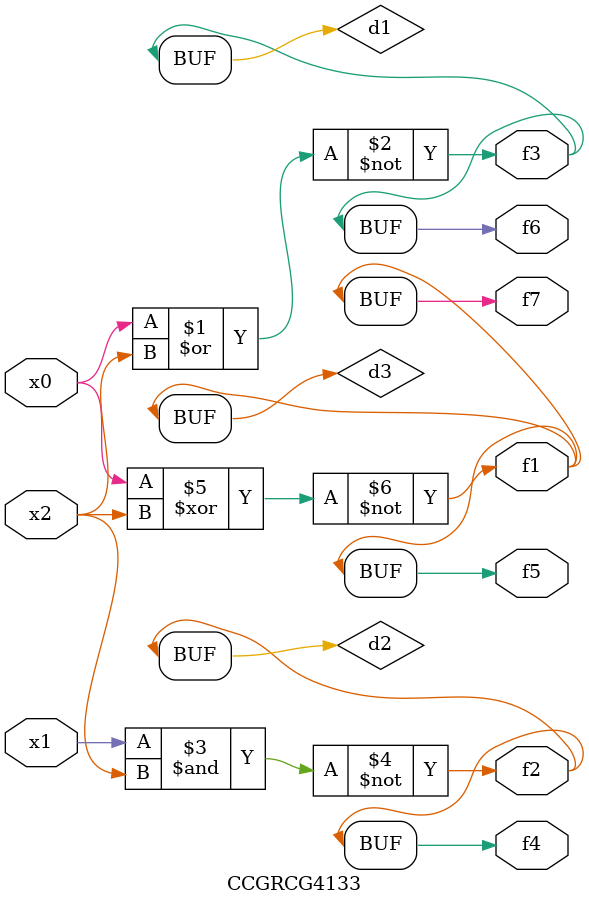
<source format=v>
module CCGRCG4133(
	input x0, x1, x2,
	output f1, f2, f3, f4, f5, f6, f7
);

	wire d1, d2, d3;

	nor (d1, x0, x2);
	nand (d2, x1, x2);
	xnor (d3, x0, x2);
	assign f1 = d3;
	assign f2 = d2;
	assign f3 = d1;
	assign f4 = d2;
	assign f5 = d3;
	assign f6 = d1;
	assign f7 = d3;
endmodule

</source>
